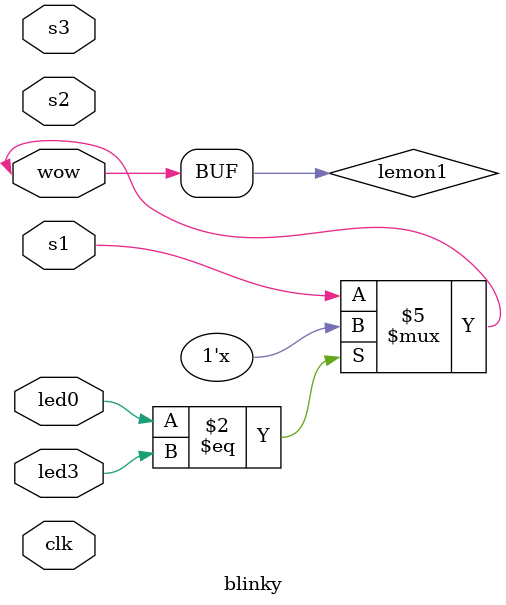
<source format=v>
module blinky (
//    input  clk,
//    output led0,
//    output led1,
//    output led2,
//    output led3
inout  wow,
	input s1, s2, s3, led0, led3, clk
//input mully
//output [3:0] lump
//parameter bufwidth = 4
//output lemonout,
//input lemonin
);
 

//assign led0 = mully;

//    localparam BITS = 4;
//    parameter LOG2DELAY = 28;

//    reg [BITS+LOG2DELAY-1:0] counter = 0;
//    reg [BITS-1:0] outcnt;

//    always @(posedge clk) begin
//        counter <= counter + 1;
//        outcnt <= counter >> LOG2DELAY;
//    end
//

//assign lump = {s1, s2, s3, s4};
//

reg  lemon1;
reg  lemon2;



always @(clk) begin
	lemon1 <= s1;
	lemon2 <= s2;
	if (led0 == led3) begin
		lemon1 <= lemon2;
		lemon2 <= s3;
	end
end

assign wow = lemon1;
//assign lemon = s1;

//assign lemonout = lemon & s4;
    //assign {led1, led3} = {clk, multand, s1} + {s2, s3, s4};


    //assign {led1, led2, led3, led4} = {s1, clk, s2} * {s3, s4, multand} + {s4, s3};
    //assign led1 = led0 * clk;
    //assign led0 = (s1 ? clk : multand);
    //assign led0 = clk + multand;

//  always @ (*) begin
//	case ({clk, multand, s1, s2, s3})
//		5'b00000: led0 <= 1'b0;
//		5'b10000: led0 <= 1'b1;
//		5'b11111: led0 <= 1'b1;
//		5'b10101: led0 <= 1'b0;
//		5'b01010: led0 <= 1'b1;
//		5'b01110: led0 <= 1'b1;
//		default: led0 <= 1'b0;
//	endcase

//    end

endmodule

</source>
